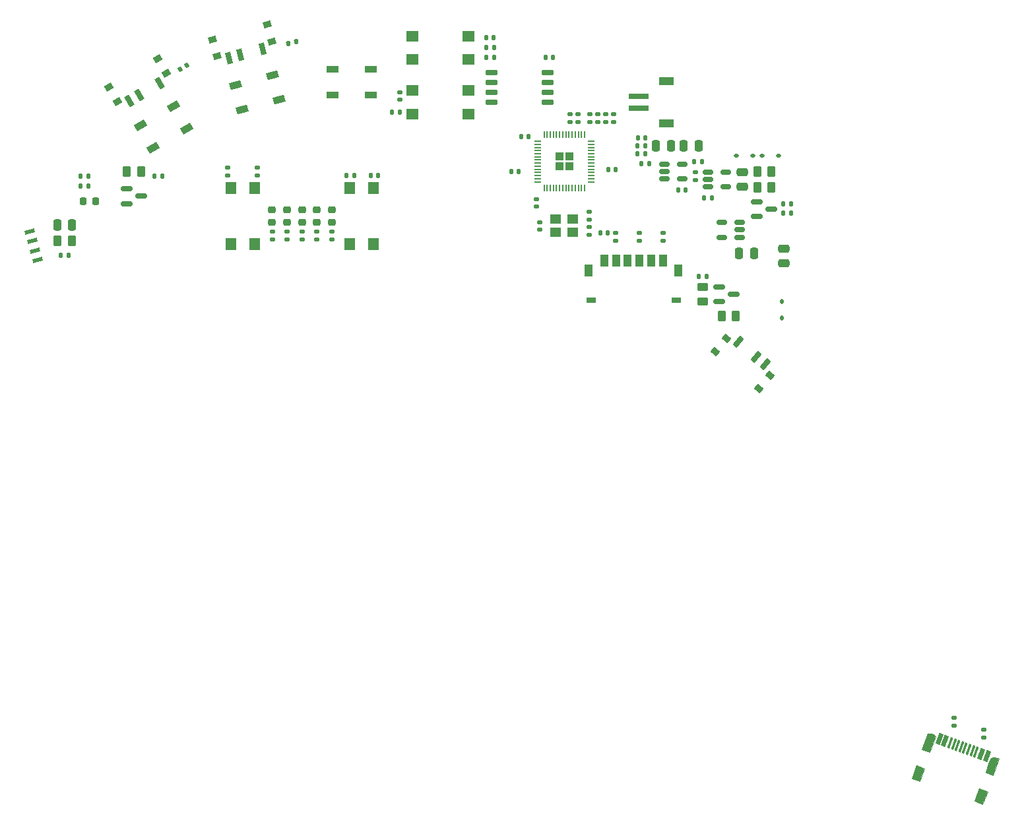
<source format=gbr>
%TF.GenerationSoftware,KiCad,Pcbnew,8.0.4-8.0.4-0~ubuntu22.04.1*%
%TF.CreationDate,2024-11-20T16:55:02+01:00*%
%TF.ProjectId,HH2025badge,48483230-3235-4626-9164-67652e6b6963,rev?*%
%TF.SameCoordinates,Original*%
%TF.FileFunction,Paste,Top*%
%TF.FilePolarity,Positive*%
%FSLAX46Y46*%
G04 Gerber Fmt 4.6, Leading zero omitted, Abs format (unit mm)*
G04 Created by KiCad (PCBNEW 8.0.4-8.0.4-0~ubuntu22.04.1) date 2024-11-20 16:55:02*
%MOMM*%
%LPD*%
G01*
G04 APERTURE LIST*
G04 Aperture macros list*
%AMRoundRect*
0 Rectangle with rounded corners*
0 $1 Rounding radius*
0 $2 $3 $4 $5 $6 $7 $8 $9 X,Y pos of 4 corners*
0 Add a 4 corners polygon primitive as box body*
4,1,4,$2,$3,$4,$5,$6,$7,$8,$9,$2,$3,0*
0 Add four circle primitives for the rounded corners*
1,1,$1+$1,$2,$3*
1,1,$1+$1,$4,$5*
1,1,$1+$1,$6,$7*
1,1,$1+$1,$8,$9*
0 Add four rect primitives between the rounded corners*
20,1,$1+$1,$2,$3,$4,$5,0*
20,1,$1+$1,$4,$5,$6,$7,0*
20,1,$1+$1,$6,$7,$8,$9,0*
20,1,$1+$1,$8,$9,$2,$3,0*%
%AMRotRect*
0 Rectangle, with rotation*
0 The origin of the aperture is its center*
0 $1 length*
0 $2 width*
0 $3 Rotation angle, in degrees counterclockwise*
0 Add horizontal line*
21,1,$1,$2,0,0,$3*%
G04 Aperture macros list end*
%ADD10C,0.100000*%
%ADD11RoundRect,0.250000X0.262500X0.450000X-0.262500X0.450000X-0.262500X-0.450000X0.262500X-0.450000X0*%
%ADD12RoundRect,0.150000X-0.587500X-0.150000X0.587500X-0.150000X0.587500X0.150000X-0.587500X0.150000X0*%
%ADD13RoundRect,0.250000X-0.262500X-0.450000X0.262500X-0.450000X0.262500X0.450000X-0.262500X0.450000X0*%
%ADD14RoundRect,0.218750X0.218750X0.256250X-0.218750X0.256250X-0.218750X-0.256250X0.218750X-0.256250X0*%
%ADD15RoundRect,0.250000X0.450000X-0.262500X0.450000X0.262500X-0.450000X0.262500X-0.450000X-0.262500X0*%
%ADD16RoundRect,0.250000X-0.250000X-0.475000X0.250000X-0.475000X0.250000X0.475000X-0.250000X0.475000X0*%
%ADD17RoundRect,0.135000X0.185000X-0.135000X0.185000X0.135000X-0.185000X0.135000X-0.185000X-0.135000X0*%
%ADD18RoundRect,0.218750X0.256250X-0.218750X0.256250X0.218750X-0.256250X0.218750X-0.256250X-0.218750X0*%
%ADD19RotRect,1.000000X0.800000X195.000000*%
%ADD20RotRect,0.700000X1.500000X195.000000*%
%ADD21RoundRect,0.140000X-0.140000X-0.170000X0.140000X-0.170000X0.140000X0.170000X-0.140000X0.170000X0*%
%ADD22RoundRect,0.135000X-0.135000X-0.185000X0.135000X-0.185000X0.135000X0.185000X-0.135000X0.185000X0*%
%ADD23RoundRect,0.135000X-0.185000X0.135000X-0.185000X-0.135000X0.185000X-0.135000X0.185000X0.135000X0*%
%ADD24RoundRect,0.140000X0.170000X-0.140000X0.170000X0.140000X-0.170000X0.140000X-0.170000X-0.140000X0*%
%ADD25R,1.600000X1.400000*%
%ADD26RotRect,1.500000X0.900000X15.000000*%
%ADD27RotRect,0.500000X1.270000X105.000000*%
%ADD28RotRect,1.500000X0.900000X30.000000*%
%ADD29RoundRect,0.140000X-0.170000X0.140000X-0.170000X-0.140000X0.170000X-0.140000X0.170000X0.140000X0*%
%ADD30RoundRect,0.150000X-0.512500X-0.150000X0.512500X-0.150000X0.512500X0.150000X-0.512500X0.150000X0*%
%ADD31RoundRect,0.250000X-0.475000X0.250000X-0.475000X-0.250000X0.475000X-0.250000X0.475000X0.250000X0*%
%ADD32RoundRect,0.135000X0.135000X0.185000X-0.135000X0.185000X-0.135000X-0.185000X0.135000X-0.185000X0*%
%ADD33RoundRect,0.112500X-0.187500X-0.112500X0.187500X-0.112500X0.187500X0.112500X-0.187500X0.112500X0*%
%ADD34R,2.500000X0.700000*%
%ADD35R,1.900000X1.100000*%
%ADD36RoundRect,0.250000X0.475000X-0.250000X0.475000X0.250000X-0.475000X0.250000X-0.475000X-0.250000X0*%
%ADD37RoundRect,0.135000X0.082518X0.213637X-0.178282X0.143756X-0.082518X-0.213637X0.178282X-0.143756X0*%
%ADD38R,1.300000X0.800000*%
%ADD39R,1.000000X1.600000*%
%ADD40RotRect,0.600000X1.450000X340.000000*%
%ADD41RotRect,0.300000X1.450000X340.000000*%
%ADD42RoundRect,0.140000X0.140000X0.170000X-0.140000X0.170000X-0.140000X-0.170000X0.140000X-0.170000X0*%
%ADD43R,1.500000X0.900000*%
%ADD44RoundRect,0.250000X-0.292217X-0.292217X0.292217X-0.292217X0.292217X0.292217X-0.292217X0.292217X0*%
%ADD45RoundRect,0.050000X-0.387500X-0.050000X0.387500X-0.050000X0.387500X0.050000X-0.387500X0.050000X0*%
%ADD46RoundRect,0.050000X-0.050000X-0.387500X0.050000X-0.387500X0.050000X0.387500X-0.050000X0.387500X0*%
%ADD47RoundRect,0.112500X0.187500X0.112500X-0.187500X0.112500X-0.187500X-0.112500X0.187500X-0.112500X0*%
%ADD48RotRect,1.000000X0.800000X320.000000*%
%ADD49RotRect,0.700000X1.500000X320.000000*%
%ADD50RoundRect,0.112500X-0.112500X0.187500X-0.112500X-0.187500X0.112500X-0.187500X0.112500X0.187500X0*%
%ADD51RoundRect,0.150000X0.512500X0.150000X-0.512500X0.150000X-0.512500X-0.150000X0.512500X-0.150000X0*%
%ADD52RoundRect,0.135000X0.024413X0.227715X-0.209413X0.092715X-0.024413X-0.227715X0.209413X-0.092715X0*%
%ADD53R,1.400000X1.600000*%
%ADD54RoundRect,0.150000X-0.650000X-0.150000X0.650000X-0.150000X0.650000X0.150000X-0.650000X0.150000X0*%
%ADD55RotRect,1.000000X0.800000X210.000000*%
%ADD56RotRect,0.700000X1.500000X210.000000*%
%ADD57R,1.400000X1.200000*%
G04 APERTURE END LIST*
D10*
X261366000Y-130378200D02*
X260654800Y-131978400D01*
X259664200Y-131622800D01*
X260223000Y-129997200D01*
X261366000Y-130378200D01*
G36*
X261366000Y-130378200D02*
G01*
X260654800Y-131978400D01*
X259664200Y-131622800D01*
X260223000Y-129997200D01*
X261366000Y-130378200D01*
G37*
X254203200Y-122986800D02*
X254685800Y-123317000D01*
X253898400Y-125323600D01*
X252907800Y-124942600D01*
X253593600Y-122910600D01*
X254203200Y-122986800D01*
G36*
X254203200Y-122986800D02*
G01*
X254685800Y-123317000D01*
X253898400Y-125323600D01*
X252907800Y-124942600D01*
X253593600Y-122910600D01*
X254203200Y-122986800D01*
G37*
X253187200Y-127406400D02*
X252577600Y-129082800D01*
X251561600Y-128676400D01*
X252196600Y-127050800D01*
X253187200Y-127406400D01*
G36*
X253187200Y-127406400D02*
G01*
X252577600Y-129082800D01*
X251561600Y-128676400D01*
X252196600Y-127050800D01*
X253187200Y-127406400D01*
G37*
X262661400Y-126111000D02*
X262813800Y-126187200D01*
X262026400Y-128270000D01*
X261061200Y-127939800D01*
X261416800Y-126771400D01*
X261772400Y-126085600D01*
X262102600Y-125958600D01*
X262661400Y-126111000D01*
G36*
X262661400Y-126111000D02*
G01*
X262813800Y-126187200D01*
X262026400Y-128270000D01*
X261061200Y-127939800D01*
X261416800Y-126771400D01*
X261772400Y-126085600D01*
X262102600Y-125958600D01*
X262661400Y-126111000D01*
G37*
D11*
%TO.C,R5*%
X143787500Y-59690000D03*
X141962500Y-59690000D03*
%TD*%
D12*
%TO.C,Q2*%
X150827500Y-53025000D03*
X150827500Y-54925000D03*
X152702500Y-53975000D03*
%TD*%
D13*
%TO.C,R39*%
X150852500Y-50800000D03*
X152677500Y-50800000D03*
%TD*%
D14*
%TO.C,D5*%
X146837500Y-54610000D03*
X145262500Y-54610000D03*
%TD*%
D15*
%TO.C,R37*%
X224790000Y-67460500D03*
X224790000Y-65635500D03*
%TD*%
D16*
%TO.C,C18*%
X222316000Y-47498000D03*
X224216000Y-47498000D03*
%TD*%
D17*
%TO.C,R15*%
X169545000Y-59565000D03*
X169545000Y-58545000D03*
%TD*%
%TO.C,R31*%
X173355000Y-59565000D03*
X173355000Y-58545000D03*
%TD*%
D18*
%TO.C,D9*%
X171450000Y-57302500D03*
X171450000Y-55727500D03*
%TD*%
D19*
%TO.C,SW3*%
X169462508Y-34098733D03*
X168890518Y-31964037D03*
X162411250Y-35988110D03*
X161839260Y-33853417D03*
D20*
X168278444Y-35088931D03*
X165380667Y-35865388D03*
X163931778Y-36253617D03*
%TD*%
D21*
%TO.C,C21*%
X216436000Y-46482000D03*
X217396000Y-46482000D03*
%TD*%
D22*
%TO.C,R36*%
X224280000Y-64262000D03*
X225300000Y-64262000D03*
%TD*%
%TO.C,R13*%
X144905000Y-51435000D03*
X145925000Y-51435000D03*
%TD*%
%TO.C,R25*%
X216406000Y-47498000D03*
X217426000Y-47498000D03*
%TD*%
D23*
%TO.C,R34*%
X163830000Y-50290000D03*
X163830000Y-51310000D03*
%TD*%
D24*
%TO.C,C10*%
X203450000Y-55330000D03*
X203450000Y-54370000D03*
%TD*%
D25*
%TO.C,SW1*%
X187535000Y-40410000D03*
X194735000Y-40410000D03*
X187535000Y-43410000D03*
X194735000Y-43410000D03*
%TD*%
D17*
%TO.C,R30*%
X207772000Y-44452000D03*
X207772000Y-43432000D03*
%TD*%
D26*
%TO.C,D2*%
X164846430Y-39680329D03*
X165700533Y-42867884D03*
X170433570Y-41599671D03*
X169579467Y-38412116D03*
%TD*%
D24*
%TO.C,C12*%
X203835000Y-58265000D03*
X203835000Y-57305000D03*
%TD*%
D23*
%TO.C,R23*%
X223800000Y-50890001D03*
X223800000Y-51909999D03*
%TD*%
D27*
%TO.C,U3*%
X138405656Y-58480082D03*
X138734356Y-59706807D03*
X139063056Y-60933533D03*
X139391756Y-62160259D03*
%TD*%
D28*
%TO.C,D3*%
X152628238Y-44881058D03*
X154278238Y-47738942D03*
X158521762Y-45288942D03*
X156871762Y-42431058D03*
%TD*%
D18*
%TO.C,D11*%
X175260000Y-57302500D03*
X175260000Y-55727500D03*
%TD*%
D29*
%TO.C,C1*%
X210252000Y-43462000D03*
X210252000Y-44422000D03*
%TD*%
%TO.C,C3*%
X212284000Y-43462000D03*
X212284000Y-44422000D03*
%TD*%
D30*
%TO.C,U5*%
X225430500Y-50866000D03*
X225430500Y-51816000D03*
X225430500Y-52766000D03*
X227705500Y-52766000D03*
X227705500Y-50866000D03*
%TD*%
D21*
%TO.C,C9*%
X201450000Y-46355000D03*
X202410000Y-46355000D03*
%TD*%
D31*
%TO.C,C16*%
X229870000Y-50866000D03*
X229870000Y-52766000D03*
%TD*%
D29*
%TO.C,C13*%
X210185000Y-57940000D03*
X210185000Y-58900000D03*
%TD*%
D32*
%TO.C,R1*%
X197994999Y-34925000D03*
X196975001Y-34925000D03*
%TD*%
D33*
%TO.C,D6*%
X229074000Y-48768000D03*
X231174000Y-48768000D03*
%TD*%
D18*
%TO.C,D10*%
X173355000Y-57302500D03*
X173355000Y-55727500D03*
%TD*%
D34*
%TO.C,J1*%
X216544000Y-42660001D03*
X216544000Y-41159999D03*
D35*
X220144000Y-44610000D03*
X220144000Y-39210000D03*
%TD*%
D36*
%TO.C,C24*%
X235204000Y-62606000D03*
X235204000Y-60706000D03*
%TD*%
D12*
%TO.C,Q3*%
X231726500Y-54676000D03*
X231726500Y-56576000D03*
X233601500Y-55626000D03*
%TD*%
D25*
%TO.C,SW2*%
X187535000Y-33425000D03*
X194735000Y-33425000D03*
X187535000Y-36425000D03*
X194735000Y-36425000D03*
%TD*%
D37*
%TO.C,R10*%
X172577622Y-34158002D03*
X171592378Y-34421998D03*
%TD*%
D30*
%TO.C,U6*%
X219842500Y-49850000D03*
X219842500Y-50800000D03*
X219842500Y-51750000D03*
X222117500Y-51750000D03*
X222117500Y-49850000D03*
%TD*%
D38*
%TO.C,S1*%
X221350000Y-67320000D03*
X210450000Y-67320000D03*
D39*
X212150000Y-62220000D03*
X213650000Y-62220000D03*
X215150000Y-62220000D03*
X216650000Y-62220000D03*
X218150000Y-62220000D03*
X219650000Y-62220000D03*
X221650000Y-63480000D03*
X210150000Y-63480000D03*
%TD*%
D18*
%TO.C,D8*%
X169495000Y-57302500D03*
X169495000Y-55727500D03*
%TD*%
D40*
%TO.C,J2*%
X255123470Y-123611378D03*
X255875225Y-123884994D03*
D41*
X257002856Y-124295418D03*
X257942548Y-124637438D03*
X258412395Y-124808448D03*
X259352087Y-125150469D03*
D40*
X260479718Y-125560893D03*
X261231472Y-125834509D03*
X261231472Y-125834509D03*
X260479718Y-125560893D03*
D41*
X259821935Y-125321479D03*
X258882241Y-124979458D03*
X257472702Y-124466428D03*
X256533009Y-124124408D03*
D40*
X255875225Y-123884994D03*
X255123470Y-123611378D03*
%TD*%
D42*
%TO.C,C23*%
X183106000Y-51308000D03*
X182146000Y-51308000D03*
%TD*%
%TO.C,C7*%
X201140000Y-50800000D03*
X200180000Y-50800000D03*
%TD*%
D16*
%TO.C,C20*%
X218760000Y-47498000D03*
X220660000Y-47498000D03*
%TD*%
D22*
%TO.C,R4*%
X184910000Y-43180000D03*
X185930000Y-43180000D03*
%TD*%
D11*
%TO.C,R18*%
X233576500Y-52832000D03*
X231751500Y-52832000D03*
%TD*%
D17*
%TO.C,R29*%
X208788000Y-44452000D03*
X208788000Y-43432000D03*
%TD*%
D43*
%TO.C,D1*%
X177255000Y-37720000D03*
X177255000Y-41020000D03*
X182155000Y-41020000D03*
X182155000Y-37720000D03*
%TD*%
D42*
%TO.C,C11*%
X197965000Y-33655000D03*
X197005000Y-33655000D03*
%TD*%
D22*
%TO.C,R3*%
X196975000Y-36195000D03*
X197995000Y-36195000D03*
%TD*%
D32*
%TO.C,R26*%
X217426000Y-48514000D03*
X216406000Y-48514000D03*
%TD*%
%TO.C,R35*%
X180088000Y-51308000D03*
X179068000Y-51308000D03*
%TD*%
D44*
%TO.C,U1*%
X206372500Y-48887500D03*
X206372500Y-50162500D03*
X207647500Y-48887500D03*
X207647500Y-50162500D03*
D45*
X203572500Y-46925000D03*
X203572500Y-47325000D03*
X203572500Y-47725000D03*
X203572500Y-48125000D03*
X203572500Y-48525000D03*
X203572500Y-48925000D03*
X203572500Y-49325000D03*
X203572500Y-49725000D03*
X203572500Y-50125000D03*
X203572500Y-50525000D03*
X203572500Y-50925000D03*
X203572500Y-51325000D03*
X203572500Y-51725000D03*
X203572500Y-52125000D03*
D46*
X204410000Y-52962500D03*
X204810000Y-52962500D03*
X205210000Y-52962500D03*
X205610000Y-52962500D03*
X206010000Y-52962500D03*
X206410000Y-52962500D03*
X206810000Y-52962500D03*
X207210000Y-52962500D03*
X207610000Y-52962500D03*
X208010000Y-52962500D03*
X208410000Y-52962500D03*
X208810000Y-52962500D03*
X209210000Y-52962500D03*
X209610000Y-52962500D03*
D45*
X210447500Y-52125000D03*
X210447500Y-51725000D03*
X210447500Y-51325000D03*
X210447500Y-50925000D03*
X210447500Y-50525000D03*
X210447500Y-50125000D03*
X210447500Y-49725000D03*
X210447500Y-49325000D03*
X210447500Y-48925000D03*
X210447500Y-48525000D03*
X210447500Y-48125000D03*
X210447500Y-47725000D03*
X210447500Y-47325000D03*
X210447500Y-46925000D03*
D46*
X209610000Y-46087500D03*
X209210000Y-46087500D03*
X208810000Y-46087500D03*
X208410000Y-46087500D03*
X208010000Y-46087500D03*
X207610000Y-46087500D03*
X207210000Y-46087500D03*
X206810000Y-46087500D03*
X206410000Y-46087500D03*
X206010000Y-46087500D03*
X205610000Y-46087500D03*
X205210000Y-46087500D03*
X204810000Y-46087500D03*
X204410000Y-46087500D03*
%TD*%
D17*
%TO.C,R16*%
X171450000Y-59565000D03*
X171450000Y-58545000D03*
%TD*%
%TO.C,R28*%
X260858000Y-123446000D03*
X260858000Y-122426000D03*
%TD*%
D47*
%TO.C,D7*%
X234476000Y-48768000D03*
X232376000Y-48768000D03*
%TD*%
D24*
%TO.C,C22*%
X167640000Y-51280000D03*
X167640000Y-50320000D03*
%TD*%
D48*
%TO.C,SW5*%
X227829312Y-72240311D03*
X226408752Y-73933269D03*
X233421436Y-76932659D03*
X232000876Y-78625618D03*
D49*
X229319586Y-72642285D03*
X231617720Y-74570647D03*
X232766787Y-75534829D03*
%TD*%
D22*
%TO.C,R14*%
X144905000Y-52705000D03*
X145925000Y-52705000D03*
%TD*%
D50*
%TO.C,D13*%
X234950000Y-67530000D03*
X234950000Y-69630000D03*
%TD*%
D51*
%TO.C,U4*%
X229483500Y-59243000D03*
X229483500Y-58293000D03*
X229483500Y-57343000D03*
X227208500Y-57343000D03*
X227208500Y-59243000D03*
%TD*%
D22*
%TO.C,R38*%
X154430000Y-51435000D03*
X155450000Y-51435000D03*
%TD*%
D52*
%TO.C,R11*%
X158556673Y-37210000D03*
X157673327Y-37720000D03*
%TD*%
D21*
%TO.C,C8*%
X211610000Y-58674000D03*
X212570000Y-58674000D03*
%TD*%
D53*
%TO.C,SW7*%
X179475000Y-60115000D03*
X179475000Y-52915000D03*
X182475000Y-60115000D03*
X182475000Y-52915000D03*
%TD*%
D23*
%TO.C,R7*%
X213614000Y-58672000D03*
X213614000Y-59692000D03*
%TD*%
D32*
%TO.C,R20*%
X236095000Y-56134000D03*
X235075000Y-56134000D03*
%TD*%
D24*
%TO.C,C4*%
X213300000Y-44422000D03*
X213300000Y-43462000D03*
%TD*%
D22*
%TO.C,R6*%
X142365000Y-61595000D03*
X143385000Y-61595000D03*
%TD*%
D54*
%TO.C,U2*%
X197695000Y-38100000D03*
X197695000Y-39370000D03*
X197695000Y-40640000D03*
X197695000Y-41910000D03*
X204895000Y-41910000D03*
X204895000Y-40640000D03*
X204895000Y-39370000D03*
X204895000Y-38100000D03*
%TD*%
D32*
%TO.C,R21*%
X225919998Y-54200000D03*
X224900000Y-54200000D03*
%TD*%
D11*
%TO.C,R17*%
X233576500Y-50800000D03*
X231751500Y-50800000D03*
%TD*%
D23*
%TO.C,R27*%
X257048000Y-120902000D03*
X257048000Y-121922000D03*
%TD*%
D32*
%TO.C,R24*%
X217934000Y-49784000D03*
X216914000Y-49784000D03*
%TD*%
D12*
%TO.C,Q1*%
X226900500Y-65598000D03*
X226900500Y-67498000D03*
X228775500Y-66548000D03*
%TD*%
D55*
%TO.C,SW4*%
X155950993Y-38220500D03*
X154845993Y-36306584D03*
X149629009Y-41870500D03*
X148524007Y-39956583D03*
D56*
X155063557Y-39483416D03*
X152465480Y-40983416D03*
X151166441Y-41733416D03*
%TD*%
D53*
%TO.C,SW6*%
X164235000Y-60115000D03*
X164235000Y-52915000D03*
X167235000Y-60115000D03*
X167235000Y-52915000D03*
%TD*%
D32*
%TO.C,R22*%
X224709999Y-49500000D03*
X223690001Y-49500000D03*
%TD*%
D17*
%TO.C,R32*%
X175260000Y-59565000D03*
X175260000Y-58545000D03*
%TD*%
D21*
%TO.C,C6*%
X204625000Y-36195000D03*
X205585000Y-36195000D03*
%TD*%
%TO.C,C19*%
X221600000Y-53200000D03*
X222560000Y-53200000D03*
%TD*%
D22*
%TO.C,R19*%
X235075000Y-54991000D03*
X236095000Y-54991000D03*
%TD*%
D21*
%TO.C,C5*%
X212626000Y-50546000D03*
X213586000Y-50546000D03*
%TD*%
D23*
%TO.C,R2*%
X210185000Y-56005000D03*
X210185000Y-57025000D03*
%TD*%
%TO.C,R9*%
X219710000Y-58672000D03*
X219710000Y-59692000D03*
%TD*%
D16*
%TO.C,C17*%
X229428000Y-61341000D03*
X231328000Y-61341000D03*
%TD*%
D29*
%TO.C,C2*%
X211268000Y-43462000D03*
X211268000Y-44422000D03*
%TD*%
D17*
%TO.C,R33*%
X177165000Y-59565000D03*
X177165000Y-58545000D03*
%TD*%
D18*
%TO.C,D12*%
X177165000Y-57302500D03*
X177165000Y-55727500D03*
%TD*%
D57*
%TO.C,Y1*%
X205910000Y-58635000D03*
X208110000Y-58635000D03*
X208110000Y-56935000D03*
X205910000Y-56935000D03*
%TD*%
D13*
%TO.C,R12*%
X227179500Y-69342000D03*
X229004500Y-69342000D03*
%TD*%
D24*
%TO.C,C14*%
X185900000Y-41580000D03*
X185900000Y-40620000D03*
%TD*%
D16*
%TO.C,C15*%
X141925000Y-57658000D03*
X143825000Y-57658000D03*
%TD*%
D23*
%TO.C,R8*%
X216662000Y-58672000D03*
X216662000Y-59692000D03*
%TD*%
M02*

</source>
